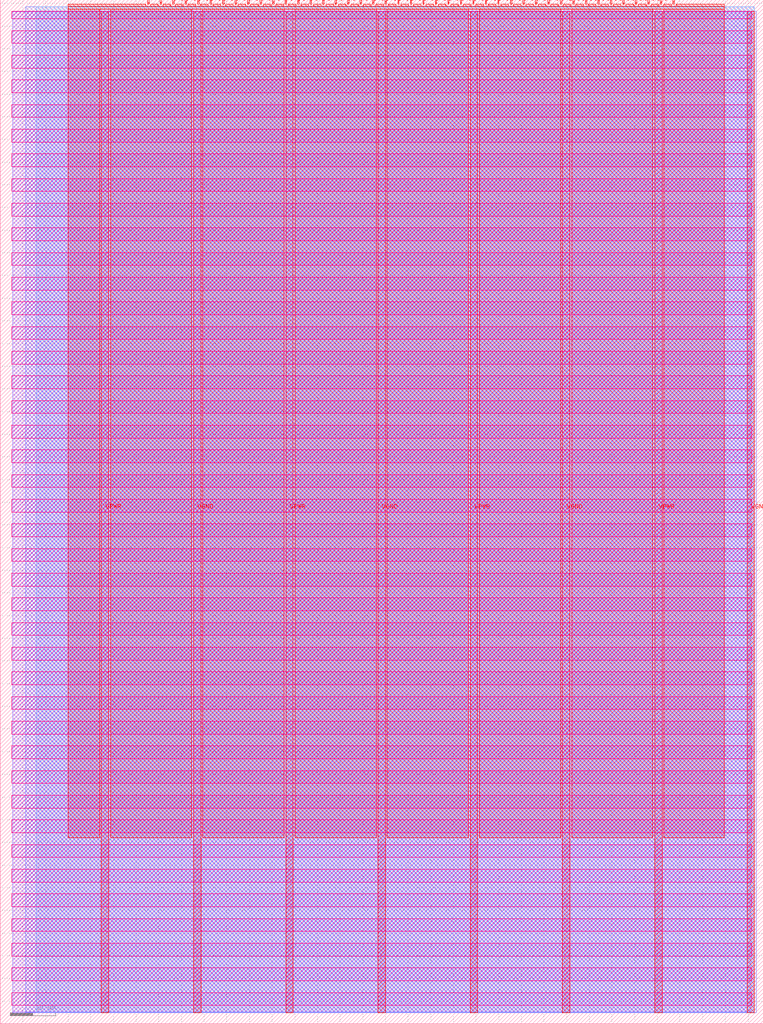
<source format=lef>
VERSION 5.7 ;
  NOWIREEXTENSIONATPIN ON ;
  DIVIDERCHAR "/" ;
  BUSBITCHARS "[]" ;
MACRO tt_um_tiny_game_of_life
  CLASS BLOCK ;
  FOREIGN tt_um_tiny_game_of_life ;
  ORIGIN 0.000 0.000 ;
  SIZE 168.360 BY 225.760 ;
  PIN VGND
    DIRECTION INOUT ;
    USE GROUND ;
    PORT
      LAYER met4 ;
        RECT 42.670 2.480 44.270 223.280 ;
    END
    PORT
      LAYER met4 ;
        RECT 83.380 2.480 84.980 223.280 ;
    END
    PORT
      LAYER met4 ;
        RECT 124.090 2.480 125.690 223.280 ;
    END
    PORT
      LAYER met4 ;
        RECT 164.800 2.480 166.400 223.280 ;
    END
  END VGND
  PIN VPWR
    DIRECTION INOUT ;
    USE POWER ;
    PORT
      LAYER met4 ;
        RECT 22.315 2.480 23.915 223.280 ;
    END
    PORT
      LAYER met4 ;
        RECT 63.025 2.480 64.625 223.280 ;
    END
    PORT
      LAYER met4 ;
        RECT 103.735 2.480 105.335 223.280 ;
    END
    PORT
      LAYER met4 ;
        RECT 144.445 2.480 146.045 223.280 ;
    END
  END VPWR
  PIN clk
    DIRECTION INPUT ;
    USE SIGNAL ;
    ANTENNAGATEAREA 0.852000 ;
    PORT
      LAYER met4 ;
        RECT 145.670 224.760 145.970 225.760 ;
    END
  END clk
  PIN ena
    DIRECTION INPUT ;
    USE SIGNAL ;
    PORT
      LAYER met4 ;
        RECT 148.430 224.760 148.730 225.760 ;
    END
  END ena
  PIN rst_n
    DIRECTION INPUT ;
    USE SIGNAL ;
    ANTENNAGATEAREA 0.213000 ;
    PORT
      LAYER met4 ;
        RECT 142.910 224.760 143.210 225.760 ;
    END
  END rst_n
  PIN ui_in[0]
    DIRECTION INPUT ;
    USE SIGNAL ;
    ANTENNAGATEAREA 0.196500 ;
    PORT
      LAYER met4 ;
        RECT 140.150 224.760 140.450 225.760 ;
    END
  END ui_in[0]
  PIN ui_in[1]
    DIRECTION INPUT ;
    USE SIGNAL ;
    ANTENNAGATEAREA 0.213000 ;
    PORT
      LAYER met4 ;
        RECT 137.390 224.760 137.690 225.760 ;
    END
  END ui_in[1]
  PIN ui_in[2]
    DIRECTION INPUT ;
    USE SIGNAL ;
    PORT
      LAYER met4 ;
        RECT 134.630 224.760 134.930 225.760 ;
    END
  END ui_in[2]
  PIN ui_in[3]
    DIRECTION INPUT ;
    USE SIGNAL ;
    PORT
      LAYER met4 ;
        RECT 131.870 224.760 132.170 225.760 ;
    END
  END ui_in[3]
  PIN ui_in[4]
    DIRECTION INPUT ;
    USE SIGNAL ;
    PORT
      LAYER met4 ;
        RECT 129.110 224.760 129.410 225.760 ;
    END
  END ui_in[4]
  PIN ui_in[5]
    DIRECTION INPUT ;
    USE SIGNAL ;
    PORT
      LAYER met4 ;
        RECT 126.350 224.760 126.650 225.760 ;
    END
  END ui_in[5]
  PIN ui_in[6]
    DIRECTION INPUT ;
    USE SIGNAL ;
    PORT
      LAYER met4 ;
        RECT 123.590 224.760 123.890 225.760 ;
    END
  END ui_in[6]
  PIN ui_in[7]
    DIRECTION INPUT ;
    USE SIGNAL ;
    PORT
      LAYER met4 ;
        RECT 120.830 224.760 121.130 225.760 ;
    END
  END ui_in[7]
  PIN uio_in[0]
    DIRECTION INPUT ;
    USE SIGNAL ;
    PORT
      LAYER met4 ;
        RECT 118.070 224.760 118.370 225.760 ;
    END
  END uio_in[0]
  PIN uio_in[1]
    DIRECTION INPUT ;
    USE SIGNAL ;
    PORT
      LAYER met4 ;
        RECT 115.310 224.760 115.610 225.760 ;
    END
  END uio_in[1]
  PIN uio_in[2]
    DIRECTION INPUT ;
    USE SIGNAL ;
    PORT
      LAYER met4 ;
        RECT 112.550 224.760 112.850 225.760 ;
    END
  END uio_in[2]
  PIN uio_in[3]
    DIRECTION INPUT ;
    USE SIGNAL ;
    PORT
      LAYER met4 ;
        RECT 109.790 224.760 110.090 225.760 ;
    END
  END uio_in[3]
  PIN uio_in[4]
    DIRECTION INPUT ;
    USE SIGNAL ;
    PORT
      LAYER met4 ;
        RECT 107.030 224.760 107.330 225.760 ;
    END
  END uio_in[4]
  PIN uio_in[5]
    DIRECTION INPUT ;
    USE SIGNAL ;
    PORT
      LAYER met4 ;
        RECT 104.270 224.760 104.570 225.760 ;
    END
  END uio_in[5]
  PIN uio_in[6]
    DIRECTION INPUT ;
    USE SIGNAL ;
    PORT
      LAYER met4 ;
        RECT 101.510 224.760 101.810 225.760 ;
    END
  END uio_in[6]
  PIN uio_in[7]
    DIRECTION INPUT ;
    USE SIGNAL ;
    PORT
      LAYER met4 ;
        RECT 98.750 224.760 99.050 225.760 ;
    END
  END uio_in[7]
  PIN uio_oe[0]
    DIRECTION OUTPUT TRISTATE ;
    USE SIGNAL ;
    PORT
      LAYER met4 ;
        RECT 51.830 224.760 52.130 225.760 ;
    END
  END uio_oe[0]
  PIN uio_oe[1]
    DIRECTION OUTPUT TRISTATE ;
    USE SIGNAL ;
    PORT
      LAYER met4 ;
        RECT 49.070 224.760 49.370 225.760 ;
    END
  END uio_oe[1]
  PIN uio_oe[2]
    DIRECTION OUTPUT TRISTATE ;
    USE SIGNAL ;
    PORT
      LAYER met4 ;
        RECT 46.310 224.760 46.610 225.760 ;
    END
  END uio_oe[2]
  PIN uio_oe[3]
    DIRECTION OUTPUT TRISTATE ;
    USE SIGNAL ;
    PORT
      LAYER met4 ;
        RECT 43.550 224.760 43.850 225.760 ;
    END
  END uio_oe[3]
  PIN uio_oe[4]
    DIRECTION OUTPUT TRISTATE ;
    USE SIGNAL ;
    PORT
      LAYER met4 ;
        RECT 40.790 224.760 41.090 225.760 ;
    END
  END uio_oe[4]
  PIN uio_oe[5]
    DIRECTION OUTPUT TRISTATE ;
    USE SIGNAL ;
    PORT
      LAYER met4 ;
        RECT 38.030 224.760 38.330 225.760 ;
    END
  END uio_oe[5]
  PIN uio_oe[6]
    DIRECTION OUTPUT TRISTATE ;
    USE SIGNAL ;
    PORT
      LAYER met4 ;
        RECT 35.270 224.760 35.570 225.760 ;
    END
  END uio_oe[6]
  PIN uio_oe[7]
    DIRECTION OUTPUT TRISTATE ;
    USE SIGNAL ;
    PORT
      LAYER met4 ;
        RECT 32.510 224.760 32.810 225.760 ;
    END
  END uio_oe[7]
  PIN uio_out[0]
    DIRECTION OUTPUT TRISTATE ;
    USE SIGNAL ;
    PORT
      LAYER met4 ;
        RECT 73.910 224.760 74.210 225.760 ;
    END
  END uio_out[0]
  PIN uio_out[1]
    DIRECTION OUTPUT TRISTATE ;
    USE SIGNAL ;
    PORT
      LAYER met4 ;
        RECT 71.150 224.760 71.450 225.760 ;
    END
  END uio_out[1]
  PIN uio_out[2]
    DIRECTION OUTPUT TRISTATE ;
    USE SIGNAL ;
    PORT
      LAYER met4 ;
        RECT 68.390 224.760 68.690 225.760 ;
    END
  END uio_out[2]
  PIN uio_out[3]
    DIRECTION OUTPUT TRISTATE ;
    USE SIGNAL ;
    PORT
      LAYER met4 ;
        RECT 65.630 224.760 65.930 225.760 ;
    END
  END uio_out[3]
  PIN uio_out[4]
    DIRECTION OUTPUT TRISTATE ;
    USE SIGNAL ;
    PORT
      LAYER met4 ;
        RECT 62.870 224.760 63.170 225.760 ;
    END
  END uio_out[4]
  PIN uio_out[5]
    DIRECTION OUTPUT TRISTATE ;
    USE SIGNAL ;
    PORT
      LAYER met4 ;
        RECT 60.110 224.760 60.410 225.760 ;
    END
  END uio_out[5]
  PIN uio_out[6]
    DIRECTION OUTPUT TRISTATE ;
    USE SIGNAL ;
    PORT
      LAYER met4 ;
        RECT 57.350 224.760 57.650 225.760 ;
    END
  END uio_out[6]
  PIN uio_out[7]
    DIRECTION OUTPUT TRISTATE ;
    USE SIGNAL ;
    PORT
      LAYER met4 ;
        RECT 54.590 224.760 54.890 225.760 ;
    END
  END uio_out[7]
  PIN uo_out[0]
    DIRECTION OUTPUT TRISTATE ;
    USE SIGNAL ;
    ANTENNADIFFAREA 0.795200 ;
    PORT
      LAYER met4 ;
        RECT 95.990 224.760 96.290 225.760 ;
    END
  END uo_out[0]
  PIN uo_out[1]
    DIRECTION OUTPUT TRISTATE ;
    USE SIGNAL ;
    ANTENNAGATEAREA 1.368000 ;
    ANTENNADIFFAREA 0.891000 ;
    PORT
      LAYER met4 ;
        RECT 93.230 224.760 93.530 225.760 ;
    END
  END uo_out[1]
  PIN uo_out[2]
    DIRECTION OUTPUT TRISTATE ;
    USE SIGNAL ;
    ANTENNAGATEAREA 1.242000 ;
    ANTENNADIFFAREA 0.891000 ;
    PORT
      LAYER met4 ;
        RECT 90.470 224.760 90.770 225.760 ;
    END
  END uo_out[2]
  PIN uo_out[3]
    DIRECTION OUTPUT TRISTATE ;
    USE SIGNAL ;
    ANTENNAGATEAREA 0.868500 ;
    ANTENNADIFFAREA 0.891000 ;
    PORT
      LAYER met4 ;
        RECT 87.710 224.760 88.010 225.760 ;
    END
  END uo_out[3]
  PIN uo_out[4]
    DIRECTION OUTPUT TRISTATE ;
    USE SIGNAL ;
    ANTENNAGATEAREA 0.373500 ;
    ANTENNADIFFAREA 0.891000 ;
    PORT
      LAYER met4 ;
        RECT 84.950 224.760 85.250 225.760 ;
    END
  END uo_out[4]
  PIN uo_out[5]
    DIRECTION OUTPUT TRISTATE ;
    USE SIGNAL ;
    ANTENNAGATEAREA 0.499500 ;
    ANTENNADIFFAREA 0.891000 ;
    PORT
      LAYER met4 ;
        RECT 82.190 224.760 82.490 225.760 ;
    END
  END uo_out[5]
  PIN uo_out[6]
    DIRECTION OUTPUT TRISTATE ;
    USE SIGNAL ;
    ANTENNAGATEAREA 0.373500 ;
    ANTENNADIFFAREA 0.891000 ;
    PORT
      LAYER met4 ;
        RECT 79.430 224.760 79.730 225.760 ;
    END
  END uo_out[6]
  PIN uo_out[7]
    DIRECTION OUTPUT TRISTATE ;
    USE SIGNAL ;
    ANTENNAGATEAREA 0.373500 ;
    ANTENNADIFFAREA 0.891000 ;
    PORT
      LAYER met4 ;
        RECT 76.670 224.760 76.970 225.760 ;
    END
  END uo_out[7]
  OBS
      LAYER nwell ;
        RECT 2.570 221.625 165.790 223.230 ;
        RECT 2.570 216.185 165.790 219.015 ;
        RECT 2.570 210.745 165.790 213.575 ;
        RECT 2.570 205.305 165.790 208.135 ;
        RECT 2.570 199.865 165.790 202.695 ;
        RECT 2.570 194.425 165.790 197.255 ;
        RECT 2.570 188.985 165.790 191.815 ;
        RECT 2.570 183.545 165.790 186.375 ;
        RECT 2.570 178.105 165.790 180.935 ;
        RECT 2.570 172.665 165.790 175.495 ;
        RECT 2.570 167.225 165.790 170.055 ;
        RECT 2.570 161.785 165.790 164.615 ;
        RECT 2.570 156.345 165.790 159.175 ;
        RECT 2.570 150.905 165.790 153.735 ;
        RECT 2.570 145.465 165.790 148.295 ;
        RECT 2.570 140.025 165.790 142.855 ;
        RECT 2.570 134.585 165.790 137.415 ;
        RECT 2.570 129.145 165.790 131.975 ;
        RECT 2.570 123.705 165.790 126.535 ;
        RECT 2.570 118.265 165.790 121.095 ;
        RECT 2.570 112.825 165.790 115.655 ;
        RECT 2.570 107.385 165.790 110.215 ;
        RECT 2.570 101.945 165.790 104.775 ;
        RECT 2.570 96.505 165.790 99.335 ;
        RECT 2.570 91.065 165.790 93.895 ;
        RECT 2.570 85.625 165.790 88.455 ;
        RECT 2.570 80.185 165.790 83.015 ;
        RECT 2.570 74.745 165.790 77.575 ;
        RECT 2.570 69.305 165.790 72.135 ;
        RECT 2.570 63.865 165.790 66.695 ;
        RECT 2.570 58.425 165.790 61.255 ;
        RECT 2.570 52.985 165.790 55.815 ;
        RECT 2.570 47.545 165.790 50.375 ;
        RECT 2.570 42.105 165.790 44.935 ;
        RECT 2.570 36.665 165.790 39.495 ;
        RECT 2.570 31.225 165.790 34.055 ;
        RECT 2.570 25.785 165.790 28.615 ;
        RECT 2.570 20.345 165.790 23.175 ;
        RECT 2.570 14.905 165.790 17.735 ;
        RECT 2.570 9.465 165.790 12.295 ;
        RECT 2.570 4.025 165.790 6.855 ;
      LAYER li1 ;
        RECT 2.760 2.635 165.600 223.125 ;
      LAYER met1 ;
        RECT 2.760 2.480 166.820 223.280 ;
      LAYER met2 ;
        RECT 5.620 2.535 166.370 224.245 ;
      LAYER met3 ;
        RECT 7.885 2.555 166.390 224.225 ;
      LAYER met4 ;
        RECT 15.015 224.360 32.110 224.760 ;
        RECT 33.210 224.360 34.870 224.760 ;
        RECT 35.970 224.360 37.630 224.760 ;
        RECT 38.730 224.360 40.390 224.760 ;
        RECT 41.490 224.360 43.150 224.760 ;
        RECT 44.250 224.360 45.910 224.760 ;
        RECT 47.010 224.360 48.670 224.760 ;
        RECT 49.770 224.360 51.430 224.760 ;
        RECT 52.530 224.360 54.190 224.760 ;
        RECT 55.290 224.360 56.950 224.760 ;
        RECT 58.050 224.360 59.710 224.760 ;
        RECT 60.810 224.360 62.470 224.760 ;
        RECT 63.570 224.360 65.230 224.760 ;
        RECT 66.330 224.360 67.990 224.760 ;
        RECT 69.090 224.360 70.750 224.760 ;
        RECT 71.850 224.360 73.510 224.760 ;
        RECT 74.610 224.360 76.270 224.760 ;
        RECT 77.370 224.360 79.030 224.760 ;
        RECT 80.130 224.360 81.790 224.760 ;
        RECT 82.890 224.360 84.550 224.760 ;
        RECT 85.650 224.360 87.310 224.760 ;
        RECT 88.410 224.360 90.070 224.760 ;
        RECT 91.170 224.360 92.830 224.760 ;
        RECT 93.930 224.360 95.590 224.760 ;
        RECT 96.690 224.360 98.350 224.760 ;
        RECT 99.450 224.360 101.110 224.760 ;
        RECT 102.210 224.360 103.870 224.760 ;
        RECT 104.970 224.360 106.630 224.760 ;
        RECT 107.730 224.360 109.390 224.760 ;
        RECT 110.490 224.360 112.150 224.760 ;
        RECT 113.250 224.360 114.910 224.760 ;
        RECT 116.010 224.360 117.670 224.760 ;
        RECT 118.770 224.360 120.430 224.760 ;
        RECT 121.530 224.360 123.190 224.760 ;
        RECT 124.290 224.360 125.950 224.760 ;
        RECT 127.050 224.360 128.710 224.760 ;
        RECT 129.810 224.360 131.470 224.760 ;
        RECT 132.570 224.360 134.230 224.760 ;
        RECT 135.330 224.360 136.990 224.760 ;
        RECT 138.090 224.360 139.750 224.760 ;
        RECT 140.850 224.360 142.510 224.760 ;
        RECT 143.610 224.360 145.270 224.760 ;
        RECT 146.370 224.360 148.030 224.760 ;
        RECT 149.130 224.360 159.770 224.760 ;
        RECT 15.015 223.680 159.770 224.360 ;
        RECT 15.015 40.975 21.915 223.680 ;
        RECT 24.315 40.975 42.270 223.680 ;
        RECT 44.670 40.975 62.625 223.680 ;
        RECT 65.025 40.975 82.980 223.680 ;
        RECT 85.380 40.975 103.335 223.680 ;
        RECT 105.735 40.975 123.690 223.680 ;
        RECT 126.090 40.975 144.045 223.680 ;
        RECT 146.445 40.975 159.770 223.680 ;
  END
END tt_um_tiny_game_of_life
END LIBRARY


</source>
